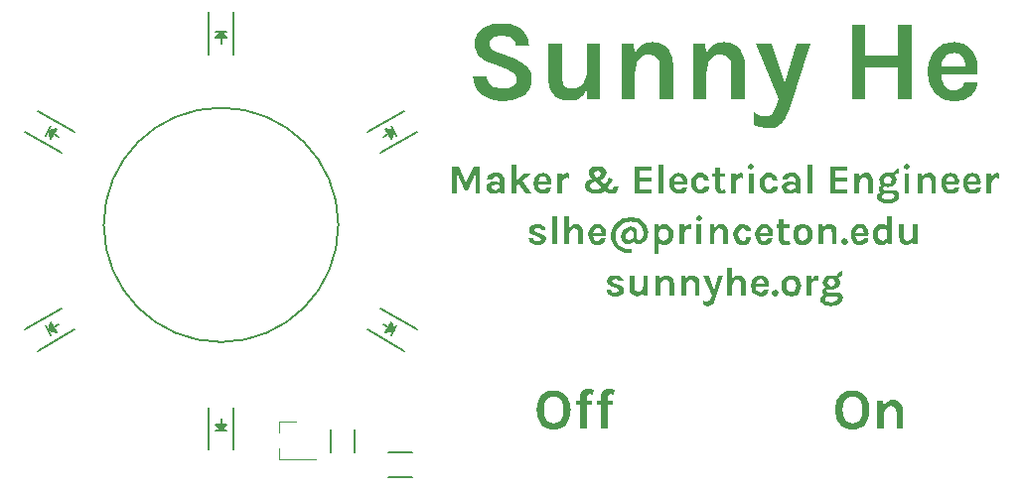
<source format=gto>
G04 #@! TF.FileFunction,Legend,Top*
%FSLAX46Y46*%
G04 Gerber Fmt 4.6, Leading zero omitted, Abs format (unit mm)*
G04 Created by KiCad (PCBNEW 4.0.6) date Friday, September 29, 2017 'AMt' 11:30:02 AM*
%MOMM*%
%LPD*%
G01*
G04 APERTURE LIST*
%ADD10C,0.100000*%
%ADD11C,0.150000*%
%ADD12C,0.120000*%
G04 APERTURE END LIST*
D10*
D11*
X79812000Y-75400000D02*
G75*
G03X79812000Y-75400000I-10000000J0D01*
G01*
X54174845Y-86147327D02*
X57292537Y-84347327D01*
X53124845Y-84328673D02*
X56242537Y-82528673D01*
X55275197Y-83953192D02*
X55575197Y-84472808D01*
X55575197Y-84472808D02*
X55165390Y-84363000D01*
X55165390Y-84363000D02*
X55238595Y-84089795D01*
X55238595Y-84089795D02*
X55363595Y-84306301D01*
X55363595Y-84306301D02*
X55295294Y-84288000D01*
X54828787Y-83979987D02*
X55328787Y-84846013D01*
X55511800Y-84163000D02*
X55944813Y-83913000D01*
X55078787Y-84413000D02*
X55261800Y-83729987D01*
X55261800Y-83729987D02*
X55761800Y-84596013D01*
X55761800Y-84596013D02*
X55078787Y-84413000D01*
X70862000Y-94568000D02*
X70862000Y-90968000D01*
X68762000Y-94568000D02*
X68762000Y-90968000D01*
X69512000Y-92518000D02*
X70112000Y-92518000D01*
X70112000Y-92518000D02*
X69812000Y-92818000D01*
X69812000Y-92818000D02*
X69612000Y-92618000D01*
X69612000Y-92618000D02*
X69862000Y-92618000D01*
X69862000Y-92618000D02*
X69812000Y-92668000D01*
X69312000Y-92918000D02*
X70312000Y-92918000D01*
X69812000Y-92418000D02*
X69812000Y-91918000D01*
X69812000Y-92918000D02*
X69312000Y-92418000D01*
X69312000Y-92418000D02*
X70312000Y-92418000D01*
X70312000Y-92418000D02*
X69812000Y-92918000D01*
X86499155Y-84328673D02*
X83381463Y-82528673D01*
X85449155Y-86147327D02*
X82331463Y-84347327D01*
X84048803Y-84472808D02*
X84348803Y-83953192D01*
X84348803Y-83953192D02*
X84458610Y-84363000D01*
X84458610Y-84363000D02*
X84185405Y-84436205D01*
X84185405Y-84436205D02*
X84310405Y-84219699D01*
X84310405Y-84219699D02*
X84328706Y-84288000D01*
X84295213Y-84846013D02*
X84795213Y-83979987D01*
X84112200Y-84163000D02*
X83679187Y-83913000D01*
X84545213Y-84413000D02*
X83862200Y-84596013D01*
X83862200Y-84596013D02*
X84362200Y-83729987D01*
X84362200Y-83729987D02*
X84545213Y-84413000D01*
X68762000Y-57248000D02*
X68762000Y-60848000D01*
X70862000Y-57248000D02*
X70862000Y-60848000D01*
X70112000Y-59298000D02*
X69512000Y-59298000D01*
X69512000Y-59298000D02*
X69812000Y-58998000D01*
X69812000Y-58998000D02*
X70012000Y-59198000D01*
X70012000Y-59198000D02*
X69762000Y-59198000D01*
X69762000Y-59198000D02*
X69812000Y-59148000D01*
X70312000Y-58898000D02*
X69312000Y-58898000D01*
X69812000Y-59398000D02*
X69812000Y-59898000D01*
X69812000Y-58898000D02*
X70312000Y-59398000D01*
X70312000Y-59398000D02*
X69312000Y-59398000D01*
X69312000Y-59398000D02*
X69812000Y-58898000D01*
X53124845Y-67487327D02*
X56242537Y-69287327D01*
X54174845Y-65668673D02*
X57292537Y-67468673D01*
X55575197Y-67343192D02*
X55275197Y-67862808D01*
X55275197Y-67862808D02*
X55165390Y-67453000D01*
X55165390Y-67453000D02*
X55438595Y-67379795D01*
X55438595Y-67379795D02*
X55313595Y-67596301D01*
X55313595Y-67596301D02*
X55295294Y-67528000D01*
X55328787Y-66969987D02*
X54828787Y-67836013D01*
X55511800Y-67653000D02*
X55944813Y-67903000D01*
X55078787Y-67403000D02*
X55761800Y-67219987D01*
X55761800Y-67219987D02*
X55261800Y-68086013D01*
X55261800Y-68086013D02*
X55078787Y-67403000D01*
X85449155Y-65668673D02*
X82331463Y-67468673D01*
X86499155Y-67487327D02*
X83381463Y-69287327D01*
X84348803Y-67862808D02*
X84048803Y-67343192D01*
X84048803Y-67343192D02*
X84458610Y-67453000D01*
X84458610Y-67453000D02*
X84385405Y-67726205D01*
X84385405Y-67726205D02*
X84260405Y-67509699D01*
X84260405Y-67509699D02*
X84328706Y-67528000D01*
X84795213Y-67836013D02*
X84295213Y-66969987D01*
X84112200Y-67653000D02*
X83679187Y-67903000D01*
X84545213Y-67403000D02*
X84362200Y-68086013D01*
X84362200Y-68086013D02*
X83862200Y-67219987D01*
X83862200Y-67219987D02*
X84545213Y-67403000D01*
D10*
G36*
X98176338Y-89539612D02*
X98788761Y-90357808D01*
X98620549Y-90191774D01*
X98416408Y-90092153D01*
X98176338Y-90058946D01*
X97935724Y-90092153D01*
X97729951Y-90191774D01*
X97559017Y-90357808D01*
X97458273Y-90520713D01*
X97386314Y-90715463D01*
X97343138Y-90942059D01*
X97328746Y-91200501D01*
X97343138Y-91456800D01*
X97386314Y-91681865D01*
X97458273Y-91875697D01*
X97559017Y-92038295D01*
X97729951Y-92198886D01*
X97935724Y-92295240D01*
X98176338Y-92327358D01*
X98416408Y-92295240D01*
X98620549Y-92198886D01*
X98788761Y-92038295D01*
X98889504Y-91875697D01*
X98961464Y-91681865D01*
X99004639Y-91456800D01*
X99019031Y-91200501D01*
X99004639Y-90942059D01*
X98961464Y-90715463D01*
X98889504Y-90520713D01*
X98788761Y-90357808D01*
X98176338Y-89539612D01*
X98382657Y-89551589D01*
X98576999Y-89587517D01*
X98759364Y-89647399D01*
X98927576Y-89727422D01*
X99079457Y-89830309D01*
X99215006Y-89956060D01*
X99337763Y-90110118D01*
X99438200Y-90284862D01*
X99516318Y-90480293D01*
X99572117Y-90696410D01*
X99605596Y-90933213D01*
X99616755Y-91190703D01*
X99605596Y-91449961D01*
X99572117Y-91688806D01*
X99516318Y-91907237D01*
X99438200Y-92105253D01*
X99337763Y-92282856D01*
X99215006Y-92440044D01*
X99050975Y-92588201D01*
X98864603Y-92703435D01*
X98655889Y-92785744D01*
X98424835Y-92835130D01*
X98171439Y-92851592D01*
X97919807Y-92834738D01*
X97690124Y-92784176D01*
X97482391Y-92699907D01*
X97296606Y-92581930D01*
X97132771Y-92430245D01*
X97010014Y-92274690D01*
X96909577Y-92098721D01*
X96831459Y-91902337D01*
X96775661Y-91685540D01*
X96742182Y-91448328D01*
X96731022Y-91190703D01*
X96742182Y-90930219D01*
X96775661Y-90690966D01*
X96831459Y-90472944D01*
X96909577Y-90276152D01*
X97010014Y-90100591D01*
X97132771Y-89946261D01*
X97295234Y-89799867D01*
X97480823Y-89686006D01*
X97689536Y-89604676D01*
X97921375Y-89555878D01*
X98176338Y-89539612D01*
X98176338Y-89539612D01*
G37*
G36*
X100036341Y-90401903D02*
X100389096Y-90401903D01*
X100389096Y-90122638D01*
X100413049Y-89896723D01*
X100484906Y-89708913D01*
X100604669Y-89559210D01*
X100748384Y-89461222D01*
X100918229Y-89402430D01*
X101114204Y-89382832D01*
X101338350Y-89397530D01*
X101609041Y-89441625D01*
X101496355Y-89887468D01*
X101246487Y-89838474D01*
X101055411Y-89902166D01*
X100992944Y-89987905D01*
X100972122Y-90127538D01*
X100972122Y-90401903D01*
X101408167Y-90401903D01*
X101408167Y-90788954D01*
X100972122Y-90788954D01*
X100972122Y-92783000D01*
X100389096Y-92783000D01*
X100389096Y-90788954D01*
X100036341Y-90788954D01*
X100036341Y-90401903D01*
X100036341Y-90401903D01*
G37*
G36*
X101825762Y-90401903D02*
X102178517Y-90401903D01*
X102178517Y-90122638D01*
X102202469Y-89896723D01*
X102274327Y-89708913D01*
X102394089Y-89559210D01*
X102537804Y-89461222D01*
X102707650Y-89402430D01*
X102903625Y-89382832D01*
X103127771Y-89397530D01*
X103398462Y-89441625D01*
X103285776Y-89887468D01*
X103035908Y-89838474D01*
X102844832Y-89902166D01*
X102782365Y-89987905D01*
X102761543Y-90127538D01*
X102761543Y-90401903D01*
X103197587Y-90401903D01*
X103197587Y-90788954D01*
X102761543Y-90788954D01*
X102761543Y-92783000D01*
X102178517Y-92783000D01*
X102178517Y-90788954D01*
X101825762Y-90788954D01*
X101825762Y-90401903D01*
X101825762Y-90401903D01*
G37*
G36*
X123645443Y-89539612D02*
X124257865Y-90357808D01*
X124089653Y-90191774D01*
X123885513Y-90092153D01*
X123645443Y-90058946D01*
X123404829Y-90092153D01*
X123199055Y-90191774D01*
X123028121Y-90357808D01*
X122927378Y-90520713D01*
X122855418Y-90715463D01*
X122812243Y-90942059D01*
X122797851Y-91200501D01*
X122812243Y-91456800D01*
X122855418Y-91681865D01*
X122927378Y-91875697D01*
X123028121Y-92038295D01*
X123199055Y-92198886D01*
X123404829Y-92295240D01*
X123645443Y-92327358D01*
X123885513Y-92295240D01*
X124089653Y-92198886D01*
X124257865Y-92038295D01*
X124358609Y-91875697D01*
X124430568Y-91681865D01*
X124473744Y-91456800D01*
X124488136Y-91200501D01*
X124473744Y-90942059D01*
X124430568Y-90715463D01*
X124358609Y-90520713D01*
X124257865Y-90357808D01*
X123645443Y-89539612D01*
X123851761Y-89551589D01*
X124046103Y-89587517D01*
X124228469Y-89647399D01*
X124396681Y-89727422D01*
X124548562Y-89830309D01*
X124684111Y-89956060D01*
X124806868Y-90110118D01*
X124907305Y-90284862D01*
X124985423Y-90480293D01*
X125041221Y-90696410D01*
X125074700Y-90933213D01*
X125085860Y-91190703D01*
X125074700Y-91449961D01*
X125041221Y-91688806D01*
X124985423Y-91907237D01*
X124907305Y-92105253D01*
X124806868Y-92282856D01*
X124684111Y-92440044D01*
X124520080Y-92588201D01*
X124333708Y-92703435D01*
X124124994Y-92785744D01*
X123893939Y-92835130D01*
X123640544Y-92851592D01*
X123388912Y-92834738D01*
X123159229Y-92784176D01*
X122951495Y-92699907D01*
X122765711Y-92581930D01*
X122601876Y-92430245D01*
X122479119Y-92274690D01*
X122378682Y-92098721D01*
X122300564Y-91902337D01*
X122244765Y-91685540D01*
X122211286Y-91448328D01*
X122200127Y-91190703D01*
X122211286Y-90930219D01*
X122244765Y-90690966D01*
X122300564Y-90472944D01*
X122378682Y-90276152D01*
X122479119Y-90100591D01*
X122601876Y-89946261D01*
X122764339Y-89799867D01*
X122949927Y-89686006D01*
X123158641Y-89604676D01*
X123390479Y-89555878D01*
X123645443Y-89539612D01*
X123645443Y-89539612D01*
G37*
G36*
X126333440Y-90813451D02*
X126468786Y-90605533D01*
X126639651Y-90457021D01*
X126846038Y-90367913D01*
X127087945Y-90338211D01*
X127294637Y-90356277D01*
X127473770Y-90410477D01*
X127625345Y-90500809D01*
X127749360Y-90627274D01*
X127847960Y-90783442D01*
X127918389Y-90962882D01*
X127960646Y-91165593D01*
X127974732Y-91391577D01*
X127974732Y-92783000D01*
X127396605Y-92783000D01*
X127396605Y-91391577D01*
X127364759Y-91160082D01*
X127269221Y-90994728D01*
X127116116Y-90891841D01*
X126911567Y-90857545D01*
X126697219Y-90908988D01*
X126514717Y-91063319D01*
X126423807Y-91223365D01*
X126366647Y-91429139D01*
X126343239Y-91680640D01*
X126343239Y-92783000D01*
X125765113Y-92783000D01*
X125765113Y-90401903D01*
X126269748Y-90401903D01*
X126333440Y-90813451D01*
X126333440Y-90813451D01*
G37*
G36*
X94928274Y-60082817D02*
X94875605Y-59887607D01*
X94795990Y-59718426D01*
X94689429Y-59575272D01*
X94555921Y-59458146D01*
X94395466Y-59367048D01*
X94208065Y-59301979D01*
X93993717Y-59262937D01*
X93752423Y-59249923D01*
X93516028Y-59262783D01*
X93306580Y-59301366D01*
X93124078Y-59365670D01*
X92968523Y-59455696D01*
X92816097Y-59596145D01*
X92724642Y-59756192D01*
X92694157Y-59935836D01*
X92713755Y-60112213D01*
X92772547Y-60262461D01*
X92870535Y-60386578D01*
X93016428Y-60488921D01*
X93205870Y-60586908D01*
X93438863Y-60680541D01*
X94820487Y-61219472D01*
X95046675Y-61315010D01*
X95254899Y-61418714D01*
X95445158Y-61530583D01*
X95617453Y-61650618D01*
X95771783Y-61778818D01*
X95908149Y-61915184D01*
X96045724Y-62088426D01*
X96152726Y-62278914D01*
X96229156Y-62486648D01*
X96275014Y-62711627D01*
X96290301Y-62953852D01*
X96277102Y-63193022D01*
X96237507Y-63417793D01*
X96171516Y-63628167D01*
X96079127Y-63824142D01*
X95960342Y-64005719D01*
X95815161Y-64172897D01*
X95643583Y-64325678D01*
X95473329Y-64442804D01*
X95285928Y-64544313D01*
X95081379Y-64630205D01*
X94859682Y-64700480D01*
X94620838Y-64755139D01*
X94364845Y-64794181D01*
X94091705Y-64817606D01*
X93801417Y-64825415D01*
X93543128Y-64817300D01*
X93297393Y-64792956D01*
X93064213Y-64752383D01*
X92843588Y-64695581D01*
X92635518Y-64622550D01*
X92440002Y-64533289D01*
X92257041Y-64427799D01*
X92086635Y-64306080D01*
X91913778Y-64156649D01*
X91762663Y-63992520D01*
X91633289Y-63813693D01*
X91525656Y-63620168D01*
X91439764Y-63411944D01*
X91375612Y-63189022D01*
X91333202Y-62951403D01*
X91312533Y-62699085D01*
X92458987Y-62699085D01*
X92475585Y-62911258D01*
X92525379Y-63099834D01*
X92608368Y-63264813D01*
X92724554Y-63406195D01*
X92873935Y-63523980D01*
X93056511Y-63618168D01*
X93272284Y-63688759D01*
X93453017Y-63726865D01*
X93668589Y-63749729D01*
X93919002Y-63757350D01*
X94116202Y-63745102D01*
X94306053Y-63708356D01*
X94488554Y-63647114D01*
X94663707Y-63561375D01*
X94854239Y-63410039D01*
X94968557Y-63230395D01*
X95006664Y-63022444D01*
X94985977Y-62812315D01*
X94923919Y-62639203D01*
X94820487Y-62503109D01*
X94670240Y-62382258D01*
X94467732Y-62267939D01*
X94212964Y-62160153D01*
X92948925Y-61660416D01*
X92713483Y-61562973D01*
X92497094Y-61460086D01*
X92299757Y-61351756D01*
X92121475Y-61237981D01*
X91962245Y-61118763D01*
X91822068Y-60994101D01*
X91680966Y-60829482D01*
X91571220Y-60641346D01*
X91492830Y-60429693D01*
X91445796Y-60194523D01*
X91430118Y-59935836D01*
X91447266Y-59680524D01*
X91498709Y-59443720D01*
X91584448Y-59225426D01*
X91704483Y-59025640D01*
X91858813Y-58844363D01*
X92047440Y-58681595D01*
X92211109Y-58569062D01*
X92388559Y-58471534D01*
X92579788Y-58389010D01*
X92784796Y-58321491D01*
X93003584Y-58268975D01*
X93236151Y-58231464D01*
X93482498Y-58208958D01*
X93742624Y-58201456D01*
X94004282Y-58209264D01*
X94250322Y-58232689D01*
X94480746Y-58271731D01*
X94695553Y-58326390D01*
X94894743Y-58396665D01*
X95078317Y-58482558D01*
X95246274Y-58584067D01*
X95398614Y-58701192D01*
X95556394Y-58849374D01*
X95693776Y-59013953D01*
X95810761Y-59194930D01*
X95907349Y-59392305D01*
X95983540Y-59606077D01*
X96039332Y-59836248D01*
X96074728Y-60082817D01*
X94928274Y-60082817D01*
X94928274Y-60082817D01*
G37*
G36*
X100990945Y-63825941D02*
X100869686Y-64048710D01*
X100731278Y-64241776D01*
X100575723Y-64405140D01*
X100403020Y-64538801D01*
X100213169Y-64642760D01*
X100006171Y-64717016D01*
X99782024Y-64761570D01*
X99540730Y-64776421D01*
X99270478Y-64764203D01*
X99021517Y-64727548D01*
X98793847Y-64666457D01*
X98587468Y-64580930D01*
X98402380Y-64470966D01*
X98238584Y-64336566D01*
X98096079Y-64177729D01*
X97974864Y-63994456D01*
X97874941Y-63786746D01*
X97810637Y-63606082D01*
X97764705Y-63407045D01*
X97737146Y-63189635D01*
X97727960Y-62953852D01*
X97727960Y-59916238D01*
X98884213Y-59916238D01*
X98884213Y-62836267D01*
X98898299Y-63056739D01*
X98940556Y-63247815D01*
X99010984Y-63409494D01*
X99109584Y-63541778D01*
X99270720Y-63666984D01*
X99453630Y-63742108D01*
X99658315Y-63767149D01*
X99868444Y-63757350D01*
X100054620Y-63727954D01*
X100216844Y-63678960D01*
X100427517Y-63558925D01*
X100608794Y-63394796D01*
X100740097Y-63214891D01*
X100843964Y-63012253D01*
X100920394Y-62786881D01*
X100969388Y-62538777D01*
X100990945Y-62267939D01*
X100990945Y-59916238D01*
X102147199Y-59916238D01*
X102147199Y-64688232D01*
X100990945Y-64688232D01*
X100990945Y-63825941D01*
X100990945Y-63825941D01*
G37*
G36*
X105086825Y-60749132D02*
X105213290Y-60526364D01*
X105357516Y-60333298D01*
X105519501Y-60169934D01*
X105699247Y-60036273D01*
X105896753Y-59932314D01*
X106112020Y-59858058D01*
X106345047Y-59813504D01*
X106595833Y-59798653D01*
X106838803Y-59810451D01*
X107063774Y-59845847D01*
X107270748Y-59904839D01*
X107459724Y-59987429D01*
X107630702Y-60093615D01*
X107783683Y-60223399D01*
X107918665Y-60376780D01*
X108038250Y-60549558D01*
X108139437Y-60737534D01*
X108222227Y-60940708D01*
X108286619Y-61159080D01*
X108332613Y-61392651D01*
X108360209Y-61641419D01*
X108369408Y-61905385D01*
X108369408Y-64688232D01*
X107213155Y-64688232D01*
X107213155Y-61905385D01*
X107197232Y-61657354D01*
X107149463Y-61442394D01*
X107069848Y-61260505D01*
X106958387Y-61111686D01*
X106818143Y-60991651D01*
X106652176Y-60905912D01*
X106460488Y-60854469D01*
X106243078Y-60837321D01*
X106020769Y-60863043D01*
X105814383Y-60940208D01*
X105623921Y-61068817D01*
X105449382Y-61248869D01*
X105350033Y-61397483D01*
X105267559Y-61568961D01*
X105201961Y-61763303D01*
X105153239Y-61980509D01*
X105121393Y-62220579D01*
X105106423Y-62483512D01*
X105106423Y-64688232D01*
X103950170Y-64688232D01*
X103950170Y-59926037D01*
X104959444Y-59926037D01*
X105086825Y-60749132D01*
X105086825Y-60749132D01*
G37*
G36*
X111191912Y-60749132D02*
X111318377Y-60526364D01*
X111462602Y-60333298D01*
X111624588Y-60169934D01*
X111804334Y-60036273D01*
X112001840Y-59932314D01*
X112217106Y-59858058D01*
X112450133Y-59813504D01*
X112700920Y-59798653D01*
X112943889Y-59810451D01*
X113168860Y-59845847D01*
X113375834Y-59904839D01*
X113564810Y-59987429D01*
X113735788Y-60093615D01*
X113888769Y-60223399D01*
X114023752Y-60376780D01*
X114143337Y-60549558D01*
X114244524Y-60737534D01*
X114327313Y-60940708D01*
X114391705Y-61159080D01*
X114437699Y-61392651D01*
X114465296Y-61641419D01*
X114474495Y-61905385D01*
X114474495Y-64688232D01*
X113318241Y-64688232D01*
X113318241Y-61905385D01*
X113302318Y-61657354D01*
X113254550Y-61442394D01*
X113174935Y-61260505D01*
X113063474Y-61111686D01*
X112923229Y-60991651D01*
X112757263Y-60905912D01*
X112565575Y-60854469D01*
X112348165Y-60837321D01*
X112125855Y-60863043D01*
X111919469Y-60940208D01*
X111729006Y-61068817D01*
X111554466Y-61248869D01*
X111455117Y-61397483D01*
X111372644Y-61568961D01*
X111307047Y-61763303D01*
X111258325Y-61980509D01*
X111226479Y-62220579D01*
X111211509Y-62483512D01*
X111211509Y-64688232D01*
X110055256Y-64688232D01*
X110055256Y-59926037D01*
X111064528Y-59926037D01*
X111191912Y-60749132D01*
X111191912Y-60749132D01*
G37*
G36*
X116748265Y-59926037D02*
X117894719Y-63355601D01*
X118894192Y-59926037D01*
X120070043Y-59926037D01*
X118247474Y-65550522D01*
X118149215Y-65821349D01*
X118043878Y-66065501D01*
X117931465Y-66282979D01*
X117811974Y-66473783D01*
X117685407Y-66637912D01*
X117551763Y-66775367D01*
X117382048Y-66909414D01*
X117194304Y-67013673D01*
X116988530Y-67088143D01*
X116764727Y-67132826D01*
X116522894Y-67147720D01*
X116310587Y-67139010D01*
X116098281Y-67112880D01*
X115885974Y-67069330D01*
X115673668Y-67008360D01*
X115461362Y-66929969D01*
X115249055Y-66834159D01*
X115249055Y-65815089D01*
X115453261Y-65931498D01*
X115658251Y-66022039D01*
X115864025Y-66086710D01*
X116070583Y-66125513D01*
X116277925Y-66138448D01*
X116492409Y-66107963D01*
X116678585Y-66016508D01*
X116836454Y-65864083D01*
X116943628Y-65716489D01*
X117039778Y-65548073D01*
X117124905Y-65358834D01*
X117199008Y-65148773D01*
X117345989Y-64688232D01*
X115435232Y-59926037D01*
X116748265Y-59926037D01*
X116748265Y-59926037D01*
G37*
G36*
X124742210Y-58328840D02*
X124742210Y-60984302D01*
X127515258Y-60984302D01*
X127515258Y-58328840D01*
X128671511Y-58328840D01*
X128671511Y-64688232D01*
X127515258Y-64688232D01*
X127515258Y-61993574D01*
X124742210Y-61993574D01*
X124742210Y-64688232D01*
X123585957Y-64688232D01*
X123585957Y-58328840D01*
X124742210Y-58328840D01*
X124742210Y-58328840D01*
G37*
G36*
X133835763Y-60494365D02*
X132307157Y-60719736D01*
X132075661Y-60739946D01*
X131871112Y-60800576D01*
X131693510Y-60901625D01*
X131542854Y-61043095D01*
X131419757Y-61211511D01*
X131324832Y-61403199D01*
X131258078Y-61618159D01*
X131219495Y-61856392D01*
X133247837Y-61856392D01*
X133234228Y-61612511D01*
X133193400Y-61396939D01*
X133125353Y-61209674D01*
X133030087Y-61050716D01*
X132907603Y-60920066D01*
X132757900Y-60817724D01*
X132552126Y-60744233D01*
X132307157Y-60719736D01*
X133835763Y-60494365D01*
X133950286Y-60657269D01*
X134048886Y-60832422D01*
X134131563Y-61019823D01*
X134198317Y-61219472D01*
X134269085Y-61486216D01*
X134311547Y-61737718D01*
X134325700Y-61973977D01*
X134321345Y-62194993D01*
X134308280Y-62400767D01*
X134286505Y-62591298D01*
X131209696Y-62591298D01*
X131234806Y-62866888D01*
X131290536Y-63115532D01*
X131376888Y-63337229D01*
X131493860Y-63531979D01*
X131643291Y-63690596D01*
X131827018Y-63803894D01*
X132045040Y-63871873D01*
X132297358Y-63894533D01*
X132519735Y-63877113D01*
X132709995Y-63824853D01*
X132868136Y-63737753D01*
X132994158Y-63615813D01*
X133088063Y-63459033D01*
X133149850Y-63267412D01*
X134315902Y-63267412D01*
X134265003Y-63497411D01*
X134190695Y-63710534D01*
X134092980Y-63906781D01*
X133971857Y-64086153D01*
X133827325Y-64248649D01*
X133659385Y-64394269D01*
X133466404Y-64526008D01*
X133259814Y-64633794D01*
X133039614Y-64717628D01*
X132805805Y-64777510D01*
X132558386Y-64813438D01*
X132297358Y-64825415D01*
X132066934Y-64814697D01*
X131846003Y-64782545D01*
X131634564Y-64728958D01*
X131432618Y-64653936D01*
X131240164Y-64557480D01*
X131057203Y-64439589D01*
X130883735Y-64300262D01*
X130719759Y-64139502D01*
X130565887Y-63954397D01*
X130432533Y-63756738D01*
X130319694Y-63546524D01*
X130227371Y-63323755D01*
X130155565Y-63088432D01*
X130104274Y-62840554D01*
X130073500Y-62580122D01*
X130063242Y-62307134D01*
X130071347Y-62057931D01*
X130095662Y-61819858D01*
X130136188Y-61592914D01*
X130192924Y-61377099D01*
X130265870Y-61172414D01*
X130355027Y-60978859D01*
X130460394Y-60796432D01*
X130581971Y-60625136D01*
X130719759Y-60464968D01*
X130881591Y-60308801D01*
X131053529Y-60173455D01*
X131235571Y-60058932D01*
X131427719Y-59965232D01*
X131629971Y-59892354D01*
X131842328Y-59840298D01*
X132064791Y-59809064D01*
X132297358Y-59798653D01*
X132537887Y-59809523D01*
X132764636Y-59842135D01*
X132977606Y-59896487D01*
X133176796Y-59972581D01*
X133362207Y-60070415D01*
X133533839Y-60189991D01*
X133691690Y-60331307D01*
X133835763Y-60494365D01*
X133835763Y-60494365D01*
G37*
G36*
X90087620Y-70429855D02*
X90710541Y-71780683D01*
X91333462Y-70429855D01*
X91903889Y-70429855D01*
X91903889Y-72701066D01*
X91487442Y-72701066D01*
X91487442Y-70975785D01*
X90843524Y-72452598D01*
X90574058Y-72452598D01*
X89909143Y-70926792D01*
X89909143Y-72701066D01*
X89496195Y-72701066D01*
X89496195Y-70429855D01*
X90087620Y-70429855D01*
X90087620Y-70429855D01*
G37*
G36*
X93118235Y-71707193D02*
X93587175Y-72036151D01*
X93387701Y-71994156D01*
X93202224Y-71980158D01*
X93015581Y-72005044D01*
X92903596Y-72079701D01*
X92866267Y-72204129D01*
X92943257Y-72368609D01*
X93042994Y-72418477D01*
X93188226Y-72435100D01*
X93343956Y-72407104D01*
X93468190Y-72323114D01*
X93553930Y-72193631D01*
X93587175Y-72036151D01*
X93118235Y-71707193D01*
X93336957Y-71723815D01*
X93587175Y-71773684D01*
X93587175Y-71605705D01*
X93568803Y-71450850D01*
X93513685Y-71343239D01*
X93420072Y-71277622D01*
X93279214Y-71255750D01*
X93136608Y-71272373D01*
X93030746Y-71322241D01*
X92943257Y-71504218D01*
X92491814Y-71504218D01*
X92514367Y-71328463D01*
X92582025Y-71188481D01*
X92694789Y-71084272D01*
X92850324Y-71012336D01*
X93041634Y-70969175D01*
X93268716Y-70954788D01*
X93507998Y-70977754D01*
X93700911Y-71046651D01*
X93847455Y-71161481D01*
X93947630Y-71322241D01*
X93987000Y-71459599D01*
X94000123Y-71619704D01*
X94000123Y-72701066D01*
X93639669Y-72701066D01*
X93608173Y-72473595D01*
X93479078Y-72627187D01*
X93311099Y-72719342D01*
X93104237Y-72750060D01*
X92901262Y-72732173D01*
X92730951Y-72678514D01*
X92593302Y-72589081D01*
X92467318Y-72414978D01*
X92425323Y-72200630D01*
X92471692Y-71990657D01*
X92610799Y-71836676D01*
X92749615Y-71764741D01*
X92918760Y-71721580D01*
X93118235Y-71707193D01*
X93118235Y-71707193D01*
G37*
G36*
X95203917Y-71871672D02*
X95014941Y-72029152D01*
X95014941Y-72701066D01*
X94601993Y-72701066D01*
X94601993Y-70300371D01*
X95014941Y-70300371D01*
X95014941Y-71598706D01*
X95686855Y-71000282D01*
X96246784Y-71000282D01*
X95494380Y-71630202D01*
X96288779Y-72701066D01*
X95784843Y-72701066D01*
X95203917Y-71871672D01*
X95203917Y-71871672D01*
G37*
G36*
X97804688Y-71203257D02*
X97258758Y-71283746D01*
X97103028Y-71312618D01*
X96985792Y-71399232D01*
X96907927Y-71527840D01*
X96870307Y-71689695D01*
X97594715Y-71689695D01*
X97550971Y-71458724D01*
X97419737Y-71318742D01*
X97258758Y-71283746D01*
X97804688Y-71203257D01*
X97880804Y-71323991D01*
X97934172Y-71462224D01*
X97968293Y-71603081D01*
X97979666Y-71731689D01*
X97965668Y-71952161D01*
X96866808Y-71952161D01*
X96895679Y-72139388D01*
X96968295Y-72288119D01*
X97087280Y-72385231D01*
X97255258Y-72417602D01*
X97459107Y-72361609D01*
X97559719Y-72193631D01*
X97976167Y-72193631D01*
X97896552Y-72421977D01*
X97741696Y-72596080D01*
X97598992Y-72681624D01*
X97436846Y-72732951D01*
X97255258Y-72750060D01*
X97043341Y-72722841D01*
X96855531Y-72641185D01*
X96691830Y-72505091D01*
X96561569Y-72318837D01*
X96483412Y-72100698D01*
X96457360Y-71850674D01*
X96483412Y-71595596D01*
X96561569Y-71376290D01*
X96691830Y-71192758D01*
X96853976Y-71060552D01*
X97041785Y-70981229D01*
X97255258Y-70954788D01*
X97473397Y-70982396D01*
X97656541Y-71065219D01*
X97804688Y-71203257D01*
X97804688Y-71203257D01*
G37*
G36*
X98890424Y-71336240D02*
X99010187Y-71132099D01*
X99164167Y-71009614D01*
X99352365Y-70968786D01*
X99502846Y-70993283D01*
X99495847Y-71406231D01*
X99303372Y-71385233D01*
X99122707Y-71420885D01*
X98993661Y-71527840D01*
X98916233Y-71706099D01*
X98890424Y-71955661D01*
X98890424Y-72701066D01*
X98477477Y-72701066D01*
X98477477Y-70996783D01*
X98890424Y-70996783D01*
X98890424Y-71336240D01*
X98890424Y-71336240D01*
G37*
G36*
X103170109Y-71497219D02*
X102260224Y-72221627D01*
X101693296Y-71707193D01*
X101459993Y-71769407D01*
X101320010Y-71876727D01*
X101273350Y-72029152D01*
X101304846Y-72164759D01*
X101399334Y-72277620D01*
X101554189Y-72351111D01*
X101759788Y-72375608D01*
X101933599Y-72358499D01*
X102100411Y-72307172D01*
X102260224Y-72221627D01*
X103170109Y-71497219D01*
X103088307Y-71706536D01*
X102996881Y-71897043D01*
X102895831Y-72068740D01*
X102785158Y-72221627D01*
X102844650Y-72274121D01*
X102963635Y-72358110D01*
X103100118Y-72386106D01*
X103243599Y-72326614D01*
X103310091Y-72127139D01*
X103684543Y-72127139D01*
X103645173Y-72384357D01*
X103541062Y-72582081D01*
X103374833Y-72708065D01*
X103142112Y-72750060D01*
X101850776Y-71374735D01*
X102013506Y-71291620D01*
X102123742Y-71203257D01*
X102211231Y-71000282D01*
X102130741Y-70818305D01*
X101906769Y-70748314D01*
X101682798Y-70825305D01*
X101605808Y-71003782D01*
X101646927Y-71155138D01*
X101770287Y-71301244D01*
X101850776Y-71374735D01*
X103142112Y-72750060D01*
X102980258Y-72733437D01*
X102830652Y-72683569D01*
X102686295Y-72597829D01*
X102533190Y-72473595D01*
X102353400Y-72594549D01*
X102163987Y-72680944D01*
X101964949Y-72732781D01*
X101756288Y-72750060D01*
X101508209Y-72727896D01*
X101286570Y-72661405D01*
X101091373Y-72550585D01*
X100939725Y-72405159D01*
X100848737Y-72239514D01*
X100818408Y-72053649D01*
X100844024Y-71885810D01*
X100920875Y-71746248D01*
X101048958Y-71634962D01*
X101228275Y-71551952D01*
X101458826Y-71497219D01*
X101402833Y-71444726D01*
X101262851Y-71288024D01*
X101178862Y-71121211D01*
X101150865Y-70944289D01*
X101200734Y-70725567D01*
X101350340Y-70552339D01*
X101508209Y-70462906D01*
X101697185Y-70409246D01*
X101917268Y-70391360D01*
X102129574Y-70409246D01*
X102313884Y-70462906D01*
X102470198Y-70552339D01*
X102617179Y-70722068D01*
X102666173Y-70930291D01*
X102629427Y-71140265D01*
X102519191Y-71315242D01*
X102406428Y-71413230D01*
X102259447Y-71501885D01*
X102078248Y-71581209D01*
X102522691Y-71983657D01*
X102658396Y-71798959D01*
X102780880Y-71585486D01*
X102890144Y-71343239D01*
X103170109Y-71497219D01*
X103170109Y-71497219D01*
G37*
G36*
X105083489Y-70429855D02*
X106546304Y-70429855D01*
X106546304Y-70786809D01*
X105496437Y-70786809D01*
X105496437Y-71385233D01*
X106479812Y-71385233D01*
X106479812Y-71742188D01*
X105496437Y-71742188D01*
X105496437Y-72340612D01*
X106546304Y-72340612D01*
X106546304Y-72701066D01*
X105083489Y-72701066D01*
X105083489Y-70429855D01*
X105083489Y-70429855D01*
G37*
G36*
X107137510Y-70300371D02*
X107550458Y-70300371D01*
X107550458Y-72701066D01*
X107137510Y-72701066D01*
X107137510Y-70300371D01*
X107137510Y-70300371D01*
G37*
G36*
X109390129Y-71203257D02*
X108844198Y-71283746D01*
X108688468Y-71312618D01*
X108571233Y-71399232D01*
X108493368Y-71527840D01*
X108455748Y-71689695D01*
X109180156Y-71689695D01*
X109136411Y-71458724D01*
X109005178Y-71318742D01*
X108844198Y-71283746D01*
X109390129Y-71203257D01*
X109466244Y-71323991D01*
X109519613Y-71462224D01*
X109553733Y-71603081D01*
X109565107Y-71731689D01*
X109551109Y-71952161D01*
X108452248Y-71952161D01*
X108481120Y-72139388D01*
X108553735Y-72288119D01*
X108672720Y-72385231D01*
X108840699Y-72417602D01*
X109044548Y-72361609D01*
X109145160Y-72193631D01*
X109561607Y-72193631D01*
X109481992Y-72421977D01*
X109327137Y-72596080D01*
X109184433Y-72681624D01*
X109022287Y-72732951D01*
X108840699Y-72750060D01*
X108628781Y-72722841D01*
X108440972Y-72641185D01*
X108277270Y-72505091D01*
X108147009Y-72318837D01*
X108068852Y-72100698D01*
X108042800Y-71850674D01*
X108068852Y-71595596D01*
X108147009Y-71376290D01*
X108277270Y-71192758D01*
X108439416Y-71060552D01*
X108627226Y-70981229D01*
X108840699Y-70954788D01*
X109058838Y-70982396D01*
X109241981Y-71065219D01*
X109390129Y-71203257D01*
X109390129Y-71203257D01*
G37*
G36*
X110710338Y-70954788D02*
X110862568Y-70968786D01*
X110997301Y-71010781D01*
X111116286Y-71072023D01*
X111214274Y-71150763D01*
X111353381Y-71340614D01*
X111420748Y-71574209D01*
X111004300Y-71584708D01*
X110899314Y-71399232D01*
X110727836Y-71325741D01*
X110559857Y-71357237D01*
X110437372Y-71448225D01*
X110348134Y-71623203D01*
X110318388Y-71854174D01*
X110346384Y-72081645D01*
X110430373Y-72246124D01*
X110553733Y-72343237D01*
X110699839Y-72375608D01*
X110930810Y-72302117D01*
X111004300Y-72095643D01*
X111420748Y-72095643D01*
X111400139Y-72271788D01*
X111338314Y-72426934D01*
X111235271Y-72561084D01*
X111092567Y-72666071D01*
X110916423Y-72729063D01*
X110706838Y-72750060D01*
X110494921Y-72722841D01*
X110307111Y-72641185D01*
X110143410Y-72505091D01*
X110009260Y-72315726D01*
X109928770Y-72097587D01*
X109901940Y-71850674D01*
X109928770Y-71593651D01*
X110009260Y-71373179D01*
X110143410Y-71189258D01*
X110307500Y-71058997D01*
X110496476Y-70980840D01*
X110710338Y-70954788D01*
X110710338Y-70954788D01*
G37*
G36*
X112874102Y-72659072D02*
X112667628Y-72727313D01*
X112510148Y-72750060D01*
X112275678Y-72718564D01*
X112100700Y-72624076D01*
X111979965Y-72453473D01*
X111939720Y-72228626D01*
X111939720Y-71276747D01*
X111701751Y-71276747D01*
X111701751Y-71000282D01*
X111939720Y-71000282D01*
X111939720Y-70552339D01*
X112352668Y-70552339D01*
X112352668Y-71000282D01*
X112814609Y-71000282D01*
X112814609Y-71276747D01*
X112352668Y-71276747D01*
X112352668Y-72214628D01*
X112402537Y-72372108D01*
X112552143Y-72424601D01*
X112668503Y-72410603D01*
X112814609Y-72368609D01*
X112874102Y-72659072D01*
X112874102Y-72659072D01*
G37*
G36*
X113708855Y-71336240D02*
X113828617Y-71132099D01*
X113982598Y-71009614D01*
X114170796Y-70968786D01*
X114321277Y-70993283D01*
X114314278Y-71406231D01*
X114121802Y-71385233D01*
X113941138Y-71420885D01*
X113812092Y-71527840D01*
X113734664Y-71706099D01*
X113708855Y-71955661D01*
X113708855Y-72701066D01*
X113295907Y-72701066D01*
X113295907Y-70996783D01*
X113708855Y-70996783D01*
X113708855Y-71336240D01*
X113708855Y-71336240D01*
G37*
G36*
X114786774Y-70996783D02*
X114737780Y-70450852D01*
X114804272Y-70275874D01*
X114993248Y-70209383D01*
X115178724Y-70275874D01*
X115248715Y-70450852D01*
X115178724Y-70629329D01*
X114993248Y-70692321D01*
X114804272Y-70629329D01*
X114737780Y-70450852D01*
X114786774Y-70996783D01*
X115199721Y-70996783D01*
X115199721Y-72701066D01*
X114786774Y-72701066D01*
X114786774Y-70996783D01*
X114786774Y-70996783D01*
G37*
G36*
X116554321Y-70954788D02*
X116706552Y-70968786D01*
X116841285Y-71010781D01*
X116960269Y-71072023D01*
X117058257Y-71150763D01*
X117197364Y-71340614D01*
X117264731Y-71574209D01*
X116848284Y-71584708D01*
X116743297Y-71399232D01*
X116571819Y-71325741D01*
X116403840Y-71357237D01*
X116281356Y-71448225D01*
X116192117Y-71623203D01*
X116162371Y-71854174D01*
X116190367Y-72081645D01*
X116274357Y-72246124D01*
X116397716Y-72343237D01*
X116543822Y-72375608D01*
X116774793Y-72302117D01*
X116848284Y-72095643D01*
X117264731Y-72095643D01*
X117244122Y-72271788D01*
X117182297Y-72426934D01*
X117079254Y-72561084D01*
X116936550Y-72666071D01*
X116760406Y-72729063D01*
X116550821Y-72750060D01*
X116338904Y-72722841D01*
X116151094Y-72641185D01*
X115987393Y-72505091D01*
X115853243Y-72315726D01*
X115772754Y-72097587D01*
X115745924Y-71850674D01*
X115772754Y-71593651D01*
X115853243Y-71373179D01*
X115987393Y-71189258D01*
X116151483Y-71058997D01*
X116340459Y-70980840D01*
X116554321Y-70954788D01*
X116554321Y-70954788D01*
G37*
G36*
X118319136Y-71707193D02*
X118788076Y-72036151D01*
X118588601Y-71994156D01*
X118403125Y-71980158D01*
X118216482Y-72005044D01*
X118104496Y-72079701D01*
X118067168Y-72204129D01*
X118144158Y-72368609D01*
X118243895Y-72418477D01*
X118389127Y-72435100D01*
X118544857Y-72407104D01*
X118669091Y-72323114D01*
X118754830Y-72193631D01*
X118788076Y-72036151D01*
X118319136Y-71707193D01*
X118537858Y-71723815D01*
X118788076Y-71773684D01*
X118788076Y-71605705D01*
X118769703Y-71450850D01*
X118714585Y-71343239D01*
X118620972Y-71277622D01*
X118480115Y-71255750D01*
X118337508Y-71272373D01*
X118231647Y-71322241D01*
X118144158Y-71504218D01*
X117692715Y-71504218D01*
X117715268Y-71328463D01*
X117782926Y-71188481D01*
X117895689Y-71084272D01*
X118051225Y-71012336D01*
X118242534Y-70969175D01*
X118469616Y-70954788D01*
X118708899Y-70977754D01*
X118901812Y-71046651D01*
X119048355Y-71161481D01*
X119148530Y-71322241D01*
X119187900Y-71459599D01*
X119201024Y-71619704D01*
X119201024Y-72701066D01*
X118840569Y-72701066D01*
X118809073Y-72473595D01*
X118679979Y-72627187D01*
X118512000Y-72719342D01*
X118305137Y-72750060D01*
X118102163Y-72732173D01*
X117931851Y-72678514D01*
X117794202Y-72589081D01*
X117668218Y-72414978D01*
X117626224Y-72200630D01*
X117672593Y-71990657D01*
X117811700Y-71836676D01*
X117950516Y-71764741D01*
X118119661Y-71721580D01*
X118319136Y-71707193D01*
X118319136Y-71707193D01*
G37*
G36*
X119802894Y-70300371D02*
X120215841Y-70300371D01*
X120215841Y-72701066D01*
X119802894Y-72701066D01*
X119802894Y-70300371D01*
X119802894Y-70300371D01*
G37*
G36*
X121754224Y-70429855D02*
X123217038Y-70429855D01*
X123217038Y-70786809D01*
X122167171Y-70786809D01*
X122167171Y-71385233D01*
X123150546Y-71385233D01*
X123150546Y-71742188D01*
X122167171Y-71742188D01*
X122167171Y-72340612D01*
X123217038Y-72340612D01*
X123217038Y-72701066D01*
X121754224Y-72701066D01*
X121754224Y-70429855D01*
X121754224Y-70429855D01*
G37*
G36*
X124214193Y-71294245D02*
X124348731Y-71105658D01*
X124528375Y-70992506D01*
X124753124Y-70954788D01*
X124945600Y-70977730D01*
X125103080Y-71046554D01*
X125225564Y-71161262D01*
X125314997Y-71313687D01*
X125368657Y-71495664D01*
X125386544Y-71707193D01*
X125386544Y-72701066D01*
X124973596Y-72701066D01*
X124973596Y-71707193D01*
X124950849Y-71541839D01*
X124882608Y-71423729D01*
X124773247Y-71350238D01*
X124627140Y-71325741D01*
X124474035Y-71362486D01*
X124343676Y-71472722D01*
X124255313Y-71656449D01*
X124221192Y-71913666D01*
X124221192Y-72701066D01*
X123808244Y-72701066D01*
X123808244Y-71000282D01*
X124168699Y-71000282D01*
X124214193Y-71294245D01*
X124214193Y-71294245D01*
G37*
G36*
X126135611Y-72004655D02*
X126267816Y-72773390D01*
X126158164Y-72856213D01*
X126121613Y-72988030D01*
X126155733Y-73094766D01*
X126258095Y-73177006D01*
X126410326Y-73232124D01*
X126587054Y-73250497D01*
X126755032Y-73242623D01*
X126881016Y-73219001D01*
X127062993Y-73135011D01*
X127181103Y-73019526D01*
X127220473Y-72883043D01*
X127174979Y-72778057D01*
X127048995Y-72739561D01*
X126450571Y-72739561D01*
X126267816Y-72773390D01*
X126135611Y-72004655D01*
X126359583Y-71434227D01*
X126338585Y-71563711D01*
X126359583Y-71691445D01*
X126422575Y-71794681D01*
X126525811Y-71862923D01*
X126667543Y-71885670D01*
X126807526Y-71862923D01*
X126905513Y-71794681D01*
X126986003Y-71563711D01*
X126905513Y-71332740D01*
X126807526Y-71264499D01*
X126667543Y-71241752D01*
X126525811Y-71264499D01*
X126422575Y-71332740D01*
X126359583Y-71434227D01*
X126135611Y-72004655D01*
X126020903Y-71878282D01*
X125952079Y-71732467D01*
X125929137Y-71567210D01*
X125953245Y-71394566D01*
X126025569Y-71245251D01*
X126146110Y-71119267D01*
X126292702Y-71027890D01*
X126452515Y-70973064D01*
X126625549Y-70954788D01*
X126875767Y-70980160D01*
X127080491Y-71056275D01*
X127133859Y-70876048D01*
X127251969Y-70734316D01*
X127412074Y-70642453D01*
X127598425Y-70611832D01*
X127577428Y-71007281D01*
X127349082Y-71057150D01*
X127265967Y-71206756D01*
X127363080Y-71369485D01*
X127395451Y-71535714D01*
X127380578Y-71690570D01*
X127335959Y-71819178D01*
X127174979Y-72008154D01*
X127024887Y-72101476D01*
X126854575Y-72157469D01*
X126664044Y-72176133D01*
X126500440Y-72163010D01*
X126352583Y-72123640D01*
X126247597Y-72186632D01*
X126212601Y-72291618D01*
X126279093Y-72409728D01*
X126478567Y-72449098D01*
X127048995Y-72449098D01*
X127303150Y-72474470D01*
X127484690Y-72550585D01*
X127593613Y-72677444D01*
X127629921Y-72855047D01*
X127612423Y-72989780D01*
X127559930Y-73121013D01*
X127477691Y-73246122D01*
X127363955Y-73355483D01*
X127211287Y-73453471D01*
X127040246Y-73523462D01*
X126850833Y-73565457D01*
X126643047Y-73579455D01*
X126380580Y-73560402D01*
X126153109Y-73503242D01*
X125960633Y-73407977D01*
X125824539Y-73290158D01*
X125742883Y-73156009D01*
X125715664Y-73005528D01*
X125739286Y-72863796D01*
X125810152Y-72753560D01*
X125923013Y-72679194D01*
X126065620Y-72638074D01*
X125910765Y-72497217D01*
X125859146Y-72326614D01*
X125936136Y-72123640D01*
X126135611Y-72004655D01*
X126135611Y-72004655D01*
G37*
G36*
X128067312Y-70996783D02*
X128018319Y-70450852D01*
X128084810Y-70275874D01*
X128273786Y-70209383D01*
X128459263Y-70275874D01*
X128529254Y-70450852D01*
X128459263Y-70629329D01*
X128273786Y-70692321D01*
X128084810Y-70629329D01*
X128018319Y-70450852D01*
X128067312Y-70996783D01*
X128480260Y-70996783D01*
X128480260Y-72701066D01*
X128067312Y-72701066D01*
X128067312Y-70996783D01*
X128067312Y-70996783D01*
G37*
G36*
X129593393Y-71294245D02*
X129727931Y-71105658D01*
X129907575Y-70992506D01*
X130132325Y-70954788D01*
X130324800Y-70977730D01*
X130482280Y-71046554D01*
X130604765Y-71161262D01*
X130694198Y-71313687D01*
X130747857Y-71495664D01*
X130765744Y-71707193D01*
X130765744Y-72701066D01*
X130352797Y-72701066D01*
X130352797Y-71707193D01*
X130330049Y-71541839D01*
X130261808Y-71423729D01*
X130152447Y-71350238D01*
X130006341Y-71325741D01*
X129853235Y-71362486D01*
X129722877Y-71472722D01*
X129634513Y-71656449D01*
X129600392Y-71913666D01*
X129600392Y-72701066D01*
X129187445Y-72701066D01*
X129187445Y-71000282D01*
X129547899Y-71000282D01*
X129593393Y-71294245D01*
X129593393Y-71294245D01*
G37*
G36*
X132554179Y-71203257D02*
X132008249Y-71283746D01*
X131852518Y-71312618D01*
X131735283Y-71399232D01*
X131657418Y-71527840D01*
X131619798Y-71689695D01*
X132344206Y-71689695D01*
X132300462Y-71458724D01*
X132169228Y-71318742D01*
X132008249Y-71283746D01*
X132554179Y-71203257D01*
X132630295Y-71323991D01*
X132683663Y-71462224D01*
X132717784Y-71603081D01*
X132729157Y-71731689D01*
X132715159Y-71952161D01*
X131616298Y-71952161D01*
X131645170Y-72139388D01*
X131717786Y-72288119D01*
X131836770Y-72385231D01*
X132004749Y-72417602D01*
X132208598Y-72361609D01*
X132309210Y-72193631D01*
X132725658Y-72193631D01*
X132646043Y-72421977D01*
X132491187Y-72596080D01*
X132348483Y-72681624D01*
X132186337Y-72732951D01*
X132004749Y-72750060D01*
X131792832Y-72722841D01*
X131605022Y-72641185D01*
X131441321Y-72505091D01*
X131311059Y-72318837D01*
X131232903Y-72100698D01*
X131206850Y-71850674D01*
X131232903Y-71595596D01*
X131311059Y-71376290D01*
X131441321Y-71192758D01*
X131603467Y-71060552D01*
X131791276Y-70981229D01*
X132004749Y-70954788D01*
X132222888Y-70982396D01*
X132406031Y-71065219D01*
X132554179Y-71203257D01*
X132554179Y-71203257D01*
G37*
G36*
X134413320Y-71203257D02*
X133867389Y-71283746D01*
X133711659Y-71312618D01*
X133594424Y-71399232D01*
X133516558Y-71527840D01*
X133478938Y-71689695D01*
X134203346Y-71689695D01*
X134159602Y-71458724D01*
X134028368Y-71318742D01*
X133867389Y-71283746D01*
X134413320Y-71203257D01*
X134489435Y-71323991D01*
X134542803Y-71462224D01*
X134576924Y-71603081D01*
X134588297Y-71731689D01*
X134574299Y-71952161D01*
X133475439Y-71952161D01*
X133504310Y-72139388D01*
X133576926Y-72288119D01*
X133695911Y-72385231D01*
X133863889Y-72417602D01*
X134067738Y-72361609D01*
X134168351Y-72193631D01*
X134584798Y-72193631D01*
X134505183Y-72421977D01*
X134350328Y-72596080D01*
X134207623Y-72681624D01*
X134045477Y-72732951D01*
X133863889Y-72750060D01*
X133651972Y-72722841D01*
X133464162Y-72641185D01*
X133300461Y-72505091D01*
X133170200Y-72318837D01*
X133092043Y-72100698D01*
X133065991Y-71850674D01*
X133092043Y-71595596D01*
X133170200Y-71376290D01*
X133300461Y-71192758D01*
X133462607Y-71060552D01*
X133650416Y-70981229D01*
X133863889Y-70954788D01*
X134082028Y-70982396D01*
X134265172Y-71065219D01*
X134413320Y-71203257D01*
X134413320Y-71203257D01*
G37*
G36*
X135499055Y-71336240D02*
X135618818Y-71132099D01*
X135772798Y-71009614D01*
X135960997Y-70968786D01*
X136111477Y-70993283D01*
X136104478Y-71406231D01*
X135912003Y-71385233D01*
X135731338Y-71420885D01*
X135602292Y-71527840D01*
X135524864Y-71706099D01*
X135499055Y-71955661D01*
X135499055Y-72701066D01*
X135086108Y-72701066D01*
X135086108Y-70996783D01*
X135499055Y-70996783D01*
X135499055Y-71336240D01*
X135499055Y-71336240D01*
G37*
G36*
X96422118Y-76557577D02*
X96464501Y-76691726D01*
X96582319Y-76772216D01*
X96775573Y-76799046D01*
X96992545Y-76743054D01*
X97080034Y-76606570D01*
X97027541Y-76487585D01*
X96863062Y-76410595D01*
X96492109Y-76277612D01*
X96262693Y-76161738D01*
X96125044Y-76005424D01*
X96079161Y-75808672D01*
X96127280Y-75613571D01*
X96271637Y-75462216D01*
X96416674Y-75388336D01*
X96590485Y-75344008D01*
X96793070Y-75329233D01*
X96995267Y-75345175D01*
X97163246Y-75393002D01*
X97297006Y-75472714D01*
X97432614Y-75634569D01*
X97482483Y-75833169D01*
X97094032Y-75833169D01*
X97013542Y-75700185D01*
X96803569Y-75651192D01*
X96590096Y-75707185D01*
X96516606Y-75829669D01*
X96568224Y-75936405D01*
X96723079Y-76011646D01*
X97125528Y-76162127D01*
X97301381Y-76238242D01*
X97429990Y-76333605D01*
X97511354Y-76450840D01*
X97538476Y-76599571D01*
X97488607Y-76795547D01*
X97339001Y-76963526D01*
X97186576Y-77052959D01*
X97004599Y-77106618D01*
X96793070Y-77124505D01*
X96581542Y-77108174D01*
X96399565Y-77059180D01*
X96247140Y-76977524D01*
X96132043Y-76863983D01*
X96062052Y-76724000D01*
X96037167Y-76557577D01*
X96422118Y-76557577D01*
X96422118Y-76557577D01*
X96422118Y-76557577D01*
G37*
G36*
X98036617Y-74674816D02*
X98449564Y-74674816D01*
X98449564Y-77075511D01*
X98036617Y-77075511D01*
X98036617Y-74674816D01*
X98036617Y-74674816D01*
G37*
G36*
X99515834Y-75651192D02*
X99650372Y-75472325D01*
X99820684Y-75365006D01*
X100026769Y-75329233D01*
X100230910Y-75352174D01*
X100395389Y-75420999D01*
X100520206Y-75535706D01*
X100609639Y-75688131D01*
X100663299Y-75870108D01*
X100681186Y-76081637D01*
X100681186Y-77075511D01*
X100268238Y-77075511D01*
X100268238Y-76081637D01*
X100245491Y-75916283D01*
X100177250Y-75798173D01*
X100067889Y-75724682D01*
X99921782Y-75700185D01*
X99768677Y-75736931D01*
X99638318Y-75847167D01*
X99549954Y-76030893D01*
X99515834Y-76288111D01*
X99515834Y-77075511D01*
X99102886Y-77075511D01*
X99102886Y-74674816D01*
X99515834Y-74674816D01*
X99515834Y-75651192D01*
X99515834Y-75651192D01*
G37*
G36*
X102469624Y-75577701D02*
X101923693Y-75658191D01*
X101767963Y-75687062D01*
X101650728Y-75773676D01*
X101572863Y-75902285D01*
X101535242Y-76064139D01*
X102259650Y-76064139D01*
X102215906Y-75833169D01*
X102084673Y-75693186D01*
X101923693Y-75658191D01*
X102469624Y-75577701D01*
X102545739Y-75698436D01*
X102599107Y-75836668D01*
X102633228Y-75977525D01*
X102644602Y-76106134D01*
X102630603Y-76326606D01*
X101531743Y-76326606D01*
X101560614Y-76513832D01*
X101633230Y-76662564D01*
X101752215Y-76759676D01*
X101920194Y-76792047D01*
X102124043Y-76736054D01*
X102224655Y-76568075D01*
X102641102Y-76568075D01*
X102561487Y-76796422D01*
X102406632Y-76970525D01*
X102263928Y-77056069D01*
X102101782Y-77107396D01*
X101920194Y-77124505D01*
X101708276Y-77097286D01*
X101520467Y-77015630D01*
X101356765Y-76879536D01*
X101226504Y-76693282D01*
X101148347Y-76475143D01*
X101122295Y-76225119D01*
X101148347Y-75970040D01*
X101226504Y-75750735D01*
X101356765Y-75567202D01*
X101518911Y-75434997D01*
X101706721Y-75355674D01*
X101920194Y-75329233D01*
X102138333Y-75356840D01*
X102321476Y-75439663D01*
X102469624Y-75577701D01*
X102469624Y-75577701D01*
G37*
G36*
X104948183Y-76095635D02*
X105280640Y-76550577D01*
X105311261Y-76684436D01*
X105403125Y-76729055D01*
X105529109Y-76694060D01*
X105665591Y-76571575D01*
X105749192Y-76426538D01*
X105799352Y-76252726D01*
X105816072Y-76050141D01*
X105786132Y-75797006D01*
X105696310Y-75578868D01*
X105546607Y-75395724D01*
X105389564Y-75279364D01*
X105208899Y-75196249D01*
X105004613Y-75146381D01*
X104776704Y-75129758D01*
X104554133Y-75144036D01*
X104348359Y-75186871D01*
X104159383Y-75258262D01*
X103987205Y-75358209D01*
X103831824Y-75486713D01*
X103672595Y-75673064D01*
X103558859Y-75882162D01*
X103490618Y-76114008D01*
X103467871Y-76368601D01*
X103489524Y-76612257D01*
X103554485Y-76828793D01*
X103662752Y-77018206D01*
X103814327Y-77180498D01*
X103970547Y-77295143D01*
X104148044Y-77384312D01*
X104346819Y-77448004D01*
X104566871Y-77486219D01*
X104808200Y-77498958D01*
X104808200Y-77838414D01*
X104550400Y-77825194D01*
X104308930Y-77785532D01*
X104083792Y-77719430D01*
X103879263Y-77632718D01*
X103694953Y-77526565D01*
X103530863Y-77400970D01*
X103388547Y-77259821D01*
X103269562Y-77102341D01*
X103173908Y-76928530D01*
X103105861Y-76739943D01*
X103065033Y-76538135D01*
X103051423Y-76323106D01*
X103065811Y-76104190D01*
X103108972Y-75895383D01*
X103180907Y-75696686D01*
X103278506Y-75510432D01*
X103398657Y-75343620D01*
X103541361Y-75196249D01*
X103704674Y-75067155D01*
X103886651Y-74959835D01*
X104087292Y-74874290D01*
X104302709Y-74810132D01*
X104524347Y-74771637D01*
X104752207Y-74758805D01*
X104976568Y-74770081D01*
X105183042Y-74803910D01*
X105371629Y-74860292D01*
X105542329Y-74934172D01*
X105695143Y-75025160D01*
X105830071Y-75133257D01*
X106000674Y-75323983D01*
X106127533Y-75546205D01*
X106206273Y-75785925D01*
X106232519Y-76036143D01*
X106214147Y-76274987D01*
X106159029Y-76480586D01*
X106074164Y-76652065D01*
X105966553Y-76795547D01*
X105841444Y-76906658D01*
X105697087Y-76988022D01*
X105543107Y-77037891D01*
X105382127Y-77054514D01*
X105235146Y-77039641D01*
X105116161Y-76995022D01*
X104979679Y-76820044D01*
X104958681Y-76764051D01*
X104880816Y-76883911D01*
X104787203Y-76977524D01*
X104676967Y-77035266D01*
X104542234Y-77054514D01*
X104405751Y-77042266D01*
X104290266Y-77005520D01*
X104108289Y-76872537D01*
X104009135Y-76734888D01*
X103949643Y-76578574D01*
X103929812Y-76403596D01*
X103957808Y-76174958D01*
X104041798Y-75969651D01*
X104181780Y-75787674D01*
X104356369Y-75647692D01*
X104553510Y-75563703D01*
X104773205Y-75535706D01*
X104980553Y-75570702D01*
X105140658Y-75675689D01*
X105245645Y-75848042D01*
X105280640Y-76092136D01*
X105280640Y-76550577D01*
X104948183Y-76095635D01*
X104906188Y-75920657D01*
X104776704Y-75854166D01*
X104605226Y-75892661D01*
X104458245Y-75997648D01*
X104342759Y-76181374D01*
X104304264Y-76396597D01*
X104324387Y-76535704D01*
X104384754Y-76638066D01*
X104591228Y-76718557D01*
X104794202Y-76652065D01*
X104874692Y-76565451D01*
X104948183Y-76445591D01*
X104948183Y-76095635D01*
X104948183Y-76095635D01*
G37*
G36*
X107108774Y-75605697D02*
X107703699Y-75735181D01*
X107542719Y-75700185D01*
X107386114Y-75725557D01*
X107259255Y-75801673D01*
X107176141Y-75921532D01*
X107143770Y-76085137D01*
X107143770Y-76389598D01*
X107172641Y-76538329D01*
X107259255Y-76655564D01*
X107379990Y-76726431D01*
X107525222Y-76750053D01*
X107675702Y-76718557D01*
X107819184Y-76620569D01*
X107924171Y-76449090D01*
X107959166Y-76228618D01*
X107928545Y-76007271D01*
X107836682Y-75840168D01*
X107703699Y-75735181D01*
X107108774Y-75605697D01*
X107234758Y-75452106D01*
X107398071Y-75359951D01*
X107598712Y-75329233D01*
X107798576Y-75355674D01*
X107978220Y-75434997D01*
X108137644Y-75567202D01*
X108269849Y-75752290D01*
X108349172Y-75971595D01*
X108375614Y-76225119D01*
X108348784Y-76480586D01*
X108268294Y-76701059D01*
X108134144Y-76886535D01*
X107975109Y-77018741D01*
X107796632Y-77098064D01*
X107598712Y-77124505D01*
X107409736Y-77103897D01*
X107258089Y-77042071D01*
X107143770Y-76939029D01*
X107143770Y-77904906D01*
X106730822Y-77904906D01*
X106730822Y-75374727D01*
X107070279Y-75374727D01*
X107108774Y-75605697D01*
X107108774Y-75605697D01*
G37*
G36*
X109276312Y-75710684D02*
X109396075Y-75506543D01*
X109550055Y-75384059D01*
X109738254Y-75343231D01*
X109888735Y-75367728D01*
X109881735Y-75780675D01*
X109689260Y-75759678D01*
X109508595Y-75795330D01*
X109379549Y-75902285D01*
X109302122Y-76080543D01*
X109276312Y-76330105D01*
X109276312Y-77075511D01*
X108863365Y-77075511D01*
X108863365Y-75371227D01*
X109276312Y-75371227D01*
X109276312Y-75710684D01*
X109276312Y-75710684D01*
G37*
G36*
X110354231Y-75371227D02*
X110305238Y-74825297D01*
X110371729Y-74650319D01*
X110560705Y-74583827D01*
X110746182Y-74650319D01*
X110816173Y-74825297D01*
X110746182Y-75003774D01*
X110560705Y-75066766D01*
X110371729Y-75003774D01*
X110305238Y-74825297D01*
X110354231Y-75371227D01*
X110767179Y-75371227D01*
X110767179Y-77075511D01*
X110354231Y-77075511D01*
X110354231Y-75371227D01*
X110354231Y-75371227D01*
G37*
G36*
X111880309Y-75668689D02*
X112014848Y-75480102D01*
X112194491Y-75366950D01*
X112419241Y-75329233D01*
X112611716Y-75352174D01*
X112769196Y-75420999D01*
X112891681Y-75535706D01*
X112981114Y-75688131D01*
X113034774Y-75870108D01*
X113052660Y-76081637D01*
X113052660Y-77075511D01*
X112639713Y-77075511D01*
X112639713Y-76081637D01*
X112616966Y-75916283D01*
X112548724Y-75798173D01*
X112439363Y-75724682D01*
X112293257Y-75700185D01*
X112140151Y-75736931D01*
X112009793Y-75847167D01*
X111921429Y-76030893D01*
X111887308Y-76288111D01*
X111887308Y-77075511D01*
X111474361Y-77075511D01*
X111474361Y-75374727D01*
X111834815Y-75374727D01*
X111880309Y-75668689D01*
X111880309Y-75668689D01*
G37*
G36*
X114302167Y-75329233D02*
X114454397Y-75343231D01*
X114589130Y-75385225D01*
X114708115Y-75446468D01*
X114806103Y-75525208D01*
X114945210Y-75715059D01*
X115012576Y-75948654D01*
X114596129Y-75959153D01*
X114491143Y-75773676D01*
X114319664Y-75700185D01*
X114151686Y-75731681D01*
X114029201Y-75822670D01*
X113939963Y-75997648D01*
X113910216Y-76228618D01*
X113938213Y-76456089D01*
X114022202Y-76620569D01*
X114145562Y-76717682D01*
X114291668Y-76750053D01*
X114522639Y-76676562D01*
X114596129Y-76470088D01*
X115012576Y-76470088D01*
X114991968Y-76646232D01*
X114930142Y-76801379D01*
X114827100Y-76935529D01*
X114684396Y-77040516D01*
X114508252Y-77103508D01*
X114298667Y-77124505D01*
X114086750Y-77097286D01*
X113898940Y-77015630D01*
X113735239Y-76879536D01*
X113601089Y-76690171D01*
X113520599Y-76472032D01*
X113493769Y-76225119D01*
X113520599Y-75968096D01*
X113601089Y-75747624D01*
X113735239Y-75563703D01*
X113899329Y-75433442D01*
X114088305Y-75355285D01*
X114302167Y-75329233D01*
X114302167Y-75329233D01*
G37*
G36*
X116693402Y-75577701D02*
X116147471Y-75658191D01*
X115991741Y-75687062D01*
X115874506Y-75773676D01*
X115796641Y-75902285D01*
X115759020Y-76064139D01*
X116483428Y-76064139D01*
X116439684Y-75833169D01*
X116308451Y-75693186D01*
X116147471Y-75658191D01*
X116693402Y-75577701D01*
X116769517Y-75698436D01*
X116822885Y-75836668D01*
X116857006Y-75977525D01*
X116868379Y-76106134D01*
X116854381Y-76326606D01*
X115755521Y-76326606D01*
X115784392Y-76513832D01*
X115857008Y-76662564D01*
X115975993Y-76759676D01*
X116143972Y-76792047D01*
X116347821Y-76736054D01*
X116448433Y-76568075D01*
X116864880Y-76568075D01*
X116785265Y-76796422D01*
X116630410Y-76970525D01*
X116487706Y-77056069D01*
X116325560Y-77107396D01*
X116143972Y-77124505D01*
X115932054Y-77097286D01*
X115744245Y-77015630D01*
X115580543Y-76879536D01*
X115450282Y-76693282D01*
X115372125Y-76475143D01*
X115346073Y-76225119D01*
X115372125Y-75970040D01*
X115450282Y-75750735D01*
X115580543Y-75567202D01*
X115742689Y-75434997D01*
X115930499Y-75355674D01*
X116143972Y-75329233D01*
X116362110Y-75356840D01*
X116545254Y-75439663D01*
X116693402Y-75577701D01*
X116693402Y-75577701D01*
G37*
G36*
X118325068Y-77033517D02*
X118118594Y-77101758D01*
X117961114Y-77124505D01*
X117726644Y-77093009D01*
X117551666Y-76998521D01*
X117430932Y-76827918D01*
X117390687Y-76603071D01*
X117390687Y-75651192D01*
X117152717Y-75651192D01*
X117152717Y-75374727D01*
X117390687Y-75374727D01*
X117390687Y-74926784D01*
X117803634Y-74926784D01*
X117803634Y-75374727D01*
X118265576Y-75374727D01*
X118265576Y-75651192D01*
X117803634Y-75651192D01*
X117803634Y-76589073D01*
X117853503Y-76746553D01*
X118003109Y-76799046D01*
X118119469Y-76785048D01*
X118265576Y-76743054D01*
X118325068Y-77033517D01*
X118325068Y-77033517D01*
G37*
G36*
X119415292Y-75329233D02*
X119719753Y-75822670D01*
X119593769Y-75720308D01*
X119425790Y-75686187D01*
X119256937Y-75720308D01*
X119121329Y-75822670D01*
X119032090Y-75989774D01*
X119002344Y-76225119D01*
X119028591Y-76461339D01*
X119107331Y-76631067D01*
X119235064Y-76730805D01*
X119401293Y-76764051D01*
X119570147Y-76730805D01*
X119705755Y-76631067D01*
X119794993Y-76461339D01*
X119824740Y-76225119D01*
X119798493Y-75989774D01*
X119719753Y-75822670D01*
X119415292Y-75329233D01*
X119581520Y-75343231D01*
X119737251Y-75385225D01*
X119877233Y-75452592D01*
X119996218Y-75549705D01*
X120130367Y-75734014D01*
X120210857Y-75960319D01*
X120237687Y-76228618D01*
X120210857Y-76493029D01*
X120130367Y-76717001D01*
X119996218Y-76900534D01*
X119835238Y-77024962D01*
X119641596Y-77099619D01*
X119415292Y-77124505D01*
X119188209Y-77099619D01*
X118992234Y-77024962D01*
X118827366Y-76900534D01*
X118693217Y-76718557D01*
X118612727Y-76494585D01*
X118585897Y-76228618D01*
X118612727Y-75958764D01*
X118693217Y-75732459D01*
X118827366Y-75549705D01*
X118990679Y-75427220D01*
X119186654Y-75353729D01*
X119415292Y-75329233D01*
X119415292Y-75329233D01*
G37*
G36*
X121128159Y-75668689D02*
X121262697Y-75480102D01*
X121442341Y-75366950D01*
X121667090Y-75329233D01*
X121859566Y-75352174D01*
X122017046Y-75420999D01*
X122139530Y-75535706D01*
X122228963Y-75688131D01*
X122282623Y-75870108D01*
X122300510Y-76081637D01*
X122300510Y-77075511D01*
X121887562Y-77075511D01*
X121887562Y-76081637D01*
X121864815Y-75916283D01*
X121796574Y-75798173D01*
X121687213Y-75724682D01*
X121541106Y-75700185D01*
X121388001Y-75736931D01*
X121257642Y-75847167D01*
X121169279Y-76030893D01*
X121135158Y-76288111D01*
X121135158Y-77075511D01*
X120722210Y-77075511D01*
X120722210Y-75374727D01*
X121082665Y-75374727D01*
X121128159Y-75668689D01*
X121128159Y-75668689D01*
G37*
G36*
X122948093Y-77107007D02*
X122741619Y-77030017D01*
X122661129Y-76834042D01*
X122741619Y-76634567D01*
X122948093Y-76554077D01*
X123158066Y-76634567D01*
X123242055Y-76834042D01*
X123158066Y-77030017D01*
X122948093Y-77107007D01*
X122948093Y-77107007D01*
G37*
G36*
X124840804Y-75577701D02*
X124294873Y-75658191D01*
X124139143Y-75687062D01*
X124021908Y-75773676D01*
X123944042Y-75902285D01*
X123906422Y-76064139D01*
X124630830Y-76064139D01*
X124587086Y-75833169D01*
X124455852Y-75693186D01*
X124294873Y-75658191D01*
X124840804Y-75577701D01*
X124916919Y-75698436D01*
X124970287Y-75836668D01*
X125004408Y-75977525D01*
X125015781Y-76106134D01*
X125001783Y-76326606D01*
X123902923Y-76326606D01*
X123931794Y-76513832D01*
X124004410Y-76662564D01*
X124123395Y-76759676D01*
X124291373Y-76792047D01*
X124495222Y-76736054D01*
X124595835Y-76568075D01*
X125012282Y-76568075D01*
X124932667Y-76796422D01*
X124777812Y-76970525D01*
X124635107Y-77056069D01*
X124472961Y-77107396D01*
X124291373Y-77124505D01*
X124079456Y-77097286D01*
X123891646Y-77015630D01*
X123727945Y-76879536D01*
X123597684Y-76693282D01*
X123519527Y-76475143D01*
X123493475Y-76225119D01*
X123519527Y-75970040D01*
X123597684Y-75750735D01*
X123727945Y-75567202D01*
X123890091Y-75434997D01*
X124077900Y-75355674D01*
X124291373Y-75329233D01*
X124509512Y-75356840D01*
X124692656Y-75439663D01*
X124840804Y-75577701D01*
X124840804Y-75577701D01*
G37*
G36*
X126622954Y-76813045D02*
X126203007Y-76750053D01*
X126345614Y-76720306D01*
X126472473Y-76631067D01*
X126564336Y-76492835D01*
X126594957Y-76323106D01*
X126594957Y-76102634D01*
X126560836Y-75937280D01*
X126472473Y-75805172D01*
X126349988Y-75726432D01*
X126192508Y-75700185D01*
X126031529Y-75736056D01*
X125898546Y-75843667D01*
X125811932Y-76008146D01*
X125783060Y-76221619D01*
X125812806Y-76436842D01*
X125902045Y-76606570D01*
X126036778Y-76714182D01*
X126203007Y-76750053D01*
X126622954Y-76813045D01*
X126499303Y-76986078D01*
X126338323Y-77089898D01*
X126140015Y-77124505D01*
X125934708Y-77096898D01*
X125752731Y-77014075D01*
X125594084Y-76876037D01*
X125467711Y-76687838D01*
X125391888Y-76468532D01*
X125366613Y-76218120D01*
X125390721Y-75968874D01*
X125463045Y-75753068D01*
X125583586Y-75570702D01*
X125737566Y-75436552D01*
X125914877Y-75356062D01*
X126115518Y-75329233D01*
X126310327Y-75357618D01*
X126470140Y-75442774D01*
X126594957Y-75584700D01*
X126594957Y-74674816D01*
X127011404Y-74674816D01*
X127011404Y-77075511D01*
X126671947Y-77075511D01*
X126622954Y-76813045D01*
X126622954Y-76813045D01*
G37*
G36*
X128790161Y-76767550D02*
X128661066Y-76956138D01*
X128488422Y-77069290D01*
X128272227Y-77107007D01*
X128065753Y-77084916D01*
X127897774Y-77018644D01*
X127768291Y-76908189D01*
X127677302Y-76753552D01*
X127637932Y-76617944D01*
X127624809Y-76456089D01*
X127624809Y-75371227D01*
X128037757Y-75371227D01*
X128037757Y-76414095D01*
X128057879Y-76561076D01*
X128118246Y-76666063D01*
X128314221Y-76746553D01*
X128513696Y-76715057D01*
X128653678Y-76613569D01*
X128752541Y-76437717D01*
X128790161Y-76211121D01*
X128790161Y-75371227D01*
X129203109Y-75371227D01*
X129203109Y-77075511D01*
X128790161Y-77075511D01*
X128790161Y-76767550D01*
X128790161Y-76767550D01*
G37*
G36*
X103052135Y-80932022D02*
X103094518Y-81066171D01*
X103212336Y-81146661D01*
X103405590Y-81173491D01*
X103622562Y-81117498D01*
X103710051Y-80981015D01*
X103657558Y-80862030D01*
X103493079Y-80785040D01*
X103122126Y-80652057D01*
X102892710Y-80536183D01*
X102755061Y-80379869D01*
X102709178Y-80183117D01*
X102757297Y-79988016D01*
X102901654Y-79836661D01*
X103046691Y-79762781D01*
X103220502Y-79718453D01*
X103423087Y-79703678D01*
X103625284Y-79719620D01*
X103793263Y-79767447D01*
X103927023Y-79847159D01*
X104062631Y-80009014D01*
X104112500Y-80207614D01*
X103724049Y-80207614D01*
X103643559Y-80074630D01*
X103433586Y-80025637D01*
X103220113Y-80081630D01*
X103146623Y-80204114D01*
X103198241Y-80310850D01*
X103353096Y-80386091D01*
X103755545Y-80536572D01*
X103931398Y-80612687D01*
X104060007Y-80708050D01*
X104141371Y-80825285D01*
X104168493Y-80974016D01*
X104118624Y-81169991D01*
X103969018Y-81337970D01*
X103816593Y-81427403D01*
X103634616Y-81481063D01*
X103423087Y-81498950D01*
X103211559Y-81482618D01*
X103029582Y-81433625D01*
X102877157Y-81351968D01*
X102762060Y-81238427D01*
X102692069Y-81098445D01*
X102667183Y-80932022D01*
X103052135Y-80932022D01*
X103052135Y-80932022D01*
G37*
G36*
X105796990Y-81141995D02*
X105667895Y-81330582D01*
X105495250Y-81443734D01*
X105279056Y-81481452D01*
X105072582Y-81459361D01*
X104904603Y-81393088D01*
X104775120Y-81282633D01*
X104684131Y-81127997D01*
X104644761Y-80992389D01*
X104631638Y-80830534D01*
X104631638Y-79745672D01*
X105044585Y-79745672D01*
X105044585Y-80788540D01*
X105064708Y-80935521D01*
X105125075Y-81040508D01*
X105321050Y-81120998D01*
X105520525Y-81089502D01*
X105660507Y-80988014D01*
X105759370Y-80812162D01*
X105796990Y-80585566D01*
X105796990Y-79745672D01*
X106209937Y-79745672D01*
X106209937Y-81449956D01*
X105796990Y-81449956D01*
X105796990Y-81141995D01*
X105796990Y-81141995D01*
G37*
G36*
X107259804Y-80043134D02*
X107394343Y-79854547D01*
X107573986Y-79741395D01*
X107798736Y-79703678D01*
X107991211Y-79726619D01*
X108148691Y-79795444D01*
X108271176Y-79910151D01*
X108360609Y-80062576D01*
X108414269Y-80244553D01*
X108432155Y-80456082D01*
X108432155Y-81449956D01*
X108019208Y-81449956D01*
X108019208Y-80456082D01*
X107996460Y-80290728D01*
X107928219Y-80172618D01*
X107818858Y-80099127D01*
X107672752Y-80074630D01*
X107519646Y-80111376D01*
X107389288Y-80221612D01*
X107300924Y-80405338D01*
X107266803Y-80662556D01*
X107266803Y-81449956D01*
X106853856Y-81449956D01*
X106853856Y-79749172D01*
X107214310Y-79749172D01*
X107259804Y-80043134D01*
X107259804Y-80043134D01*
G37*
G36*
X109440190Y-80043134D02*
X109574728Y-79854547D01*
X109754372Y-79741395D01*
X109979121Y-79703678D01*
X110171597Y-79726619D01*
X110329077Y-79795444D01*
X110451561Y-79910151D01*
X110540994Y-80062576D01*
X110594654Y-80244553D01*
X110612541Y-80456082D01*
X110612541Y-81449956D01*
X110199593Y-81449956D01*
X110199593Y-80456082D01*
X110176846Y-80290728D01*
X110108605Y-80172618D01*
X109999243Y-80099127D01*
X109853137Y-80074630D01*
X109700031Y-80111376D01*
X109569673Y-80221612D01*
X109481309Y-80405338D01*
X109447189Y-80662556D01*
X109447189Y-81449956D01*
X109034241Y-81449956D01*
X109034241Y-79749172D01*
X109394695Y-79749172D01*
X109440190Y-80043134D01*
X109440190Y-80043134D01*
G37*
G36*
X111424603Y-79749172D02*
X111834051Y-80974016D01*
X112191005Y-79749172D01*
X112610952Y-79749172D01*
X111960035Y-81757917D01*
X111847174Y-82019508D01*
X111711566Y-82195361D01*
X111547962Y-82295098D01*
X111344113Y-82328344D01*
X111116642Y-82300348D01*
X110889171Y-82216358D01*
X110889171Y-81852405D01*
X111072022Y-81939019D01*
X111256624Y-81967890D01*
X111456099Y-81869902D01*
X111528714Y-81757042D01*
X111585582Y-81614435D01*
X111638075Y-81449956D01*
X110955662Y-79749172D01*
X111424603Y-79749172D01*
X111424603Y-79749172D01*
G37*
G36*
X113391025Y-80025637D02*
X113525564Y-79846770D01*
X113695875Y-79739451D01*
X113901960Y-79703678D01*
X114106101Y-79726619D01*
X114270580Y-79795444D01*
X114395398Y-79910151D01*
X114484831Y-80062576D01*
X114538491Y-80244553D01*
X114556377Y-80456082D01*
X114556377Y-81449956D01*
X114143430Y-81449956D01*
X114143430Y-80456082D01*
X114120683Y-80290728D01*
X114052441Y-80172618D01*
X113943080Y-80099127D01*
X113796974Y-80074630D01*
X113643868Y-80111376D01*
X113513510Y-80221612D01*
X113425146Y-80405338D01*
X113391025Y-80662556D01*
X113391025Y-81449956D01*
X112978078Y-81449956D01*
X112978078Y-79049261D01*
X113391025Y-79049261D01*
X113391025Y-80025637D01*
X113391025Y-80025637D01*
G37*
G36*
X116344812Y-79952146D02*
X115798882Y-80032636D01*
X115643152Y-80061507D01*
X115525916Y-80148121D01*
X115448051Y-80276730D01*
X115410431Y-80438584D01*
X116134839Y-80438584D01*
X116091095Y-80207614D01*
X115959861Y-80067631D01*
X115798882Y-80032636D01*
X116344812Y-79952146D01*
X116420928Y-80072881D01*
X116474296Y-80211113D01*
X116508417Y-80351970D01*
X116519790Y-80480579D01*
X116505792Y-80701051D01*
X115406932Y-80701051D01*
X115435803Y-80888277D01*
X115508419Y-81037008D01*
X115627404Y-81134121D01*
X115795382Y-81166492D01*
X115999231Y-81110499D01*
X116099844Y-80942520D01*
X116516291Y-80942520D01*
X116436676Y-81170866D01*
X116281820Y-81344969D01*
X116139116Y-81430514D01*
X115976970Y-81481841D01*
X115795382Y-81498950D01*
X115583465Y-81471731D01*
X115395655Y-81390074D01*
X115231954Y-81253981D01*
X115101693Y-81067727D01*
X115023536Y-80849588D01*
X114997484Y-80599564D01*
X115023536Y-80344485D01*
X115101693Y-80125180D01*
X115231954Y-79941647D01*
X115394100Y-79809442D01*
X115581909Y-79730119D01*
X115795382Y-79703678D01*
X116013521Y-79731285D01*
X116196665Y-79814108D01*
X116344812Y-79952146D01*
X116344812Y-79952146D01*
G37*
G36*
X117063098Y-81481452D02*
X116856624Y-81404462D01*
X116776134Y-81208486D01*
X116856624Y-81009012D01*
X117063098Y-80928522D01*
X117273071Y-81009012D01*
X117357060Y-81208486D01*
X117273071Y-81404462D01*
X117063098Y-81481452D01*
X117063098Y-81481452D01*
G37*
G36*
X118437874Y-79703678D02*
X118742335Y-80197115D01*
X118616351Y-80094753D01*
X118448373Y-80060632D01*
X118279519Y-80094753D01*
X118143911Y-80197115D01*
X118054673Y-80364219D01*
X118024927Y-80599564D01*
X118051173Y-80835784D01*
X118129913Y-81005512D01*
X118257647Y-81105250D01*
X118423876Y-81138495D01*
X118592729Y-81105250D01*
X118728337Y-81005512D01*
X118817576Y-80835784D01*
X118847322Y-80599564D01*
X118821075Y-80364219D01*
X118742335Y-80197115D01*
X118437874Y-79703678D01*
X118604103Y-79717676D01*
X118759833Y-79759670D01*
X118899815Y-79827037D01*
X119018800Y-79924150D01*
X119152950Y-80108459D01*
X119233440Y-80334764D01*
X119260270Y-80603063D01*
X119233440Y-80867474D01*
X119152950Y-81091446D01*
X119018800Y-81274978D01*
X118857821Y-81399407D01*
X118664179Y-81474064D01*
X118437874Y-81498950D01*
X118210792Y-81474064D01*
X118014817Y-81399407D01*
X117849949Y-81274978D01*
X117715799Y-81093001D01*
X117635309Y-80869030D01*
X117608479Y-80603063D01*
X117635309Y-80333209D01*
X117715799Y-80106904D01*
X117849949Y-79924150D01*
X118013261Y-79801665D01*
X118209236Y-79728174D01*
X118437874Y-79703678D01*
X118437874Y-79703678D01*
G37*
G36*
X120157743Y-80085129D02*
X120277506Y-79880988D01*
X120431486Y-79758504D01*
X120619685Y-79717676D01*
X120770165Y-79742173D01*
X120763166Y-80155120D01*
X120570691Y-80134123D01*
X120390026Y-80169775D01*
X120260980Y-80276730D01*
X120183552Y-80454988D01*
X120157743Y-80704550D01*
X120157743Y-81449956D01*
X119744796Y-81449956D01*
X119744796Y-79745672D01*
X120157743Y-79745672D01*
X120157743Y-80085129D01*
X120157743Y-80085129D01*
G37*
G36*
X121320307Y-80753544D02*
X121452512Y-81522280D01*
X121342859Y-81605103D01*
X121306309Y-81736919D01*
X121340429Y-81843656D01*
X121442791Y-81925895D01*
X121595022Y-81981013D01*
X121771749Y-81999386D01*
X121939728Y-81991512D01*
X122065712Y-81967890D01*
X122247689Y-81883901D01*
X122365799Y-81768415D01*
X122405169Y-81631933D01*
X122359675Y-81526946D01*
X122233691Y-81488451D01*
X121635267Y-81488451D01*
X121452512Y-81522280D01*
X121320307Y-80753544D01*
X121544278Y-80183117D01*
X121523281Y-80312600D01*
X121544278Y-80440334D01*
X121607270Y-80543571D01*
X121710507Y-80611812D01*
X121852239Y-80634559D01*
X121992221Y-80611812D01*
X122090209Y-80543571D01*
X122170699Y-80312600D01*
X122090209Y-80081630D01*
X121992221Y-80013388D01*
X121852239Y-79990641D01*
X121710507Y-80013388D01*
X121607270Y-80081630D01*
X121544278Y-80183117D01*
X121320307Y-80753544D01*
X121205599Y-80627171D01*
X121136775Y-80481357D01*
X121113833Y-80316100D01*
X121137941Y-80143455D01*
X121210265Y-79994141D01*
X121330805Y-79868157D01*
X121477398Y-79776779D01*
X121637211Y-79721953D01*
X121810245Y-79703678D01*
X122060463Y-79729049D01*
X122265187Y-79805165D01*
X122318555Y-79624938D01*
X122436665Y-79483206D01*
X122596770Y-79391342D01*
X122783121Y-79360721D01*
X122762124Y-79756171D01*
X122533778Y-79806040D01*
X122450663Y-79955646D01*
X122547776Y-80118375D01*
X122580147Y-80284604D01*
X122565274Y-80439459D01*
X122520654Y-80568068D01*
X122359675Y-80757044D01*
X122209583Y-80850365D01*
X122039271Y-80906358D01*
X121848740Y-80925022D01*
X121685135Y-80911899D01*
X121537279Y-80872529D01*
X121432293Y-80935521D01*
X121397297Y-81040508D01*
X121463789Y-81158618D01*
X121663263Y-81197988D01*
X122233691Y-81197988D01*
X122487846Y-81223360D01*
X122669385Y-81299475D01*
X122778309Y-81426334D01*
X122814617Y-81603936D01*
X122797119Y-81738669D01*
X122744626Y-81869902D01*
X122662386Y-81995012D01*
X122548651Y-82104373D01*
X122395983Y-82202360D01*
X122224942Y-82272351D01*
X122035528Y-82314346D01*
X121827742Y-82328344D01*
X121565276Y-82309291D01*
X121337805Y-82252132D01*
X121145329Y-82156866D01*
X121009235Y-82039048D01*
X120927579Y-81904898D01*
X120900360Y-81754417D01*
X120923982Y-81612685D01*
X120994848Y-81502449D01*
X121107709Y-81428084D01*
X121250316Y-81386964D01*
X121095460Y-81246107D01*
X121043842Y-81075503D01*
X121120832Y-80872529D01*
X121320307Y-80753544D01*
X121320307Y-80753544D01*
G37*
D12*
X74767140Y-92219860D02*
X74767140Y-93149860D01*
X74767140Y-95379860D02*
X74767140Y-94449860D01*
X74767140Y-95379860D02*
X77927140Y-95379860D01*
X74767140Y-92219860D02*
X76227140Y-92219860D01*
D11*
X79136140Y-92837860D02*
X79136140Y-94837860D01*
X81186140Y-94837860D02*
X81186140Y-92837860D01*
X86090000Y-96960000D02*
X84090000Y-96960000D01*
X84090000Y-94810000D02*
X86090000Y-94810000D01*
M02*

</source>
